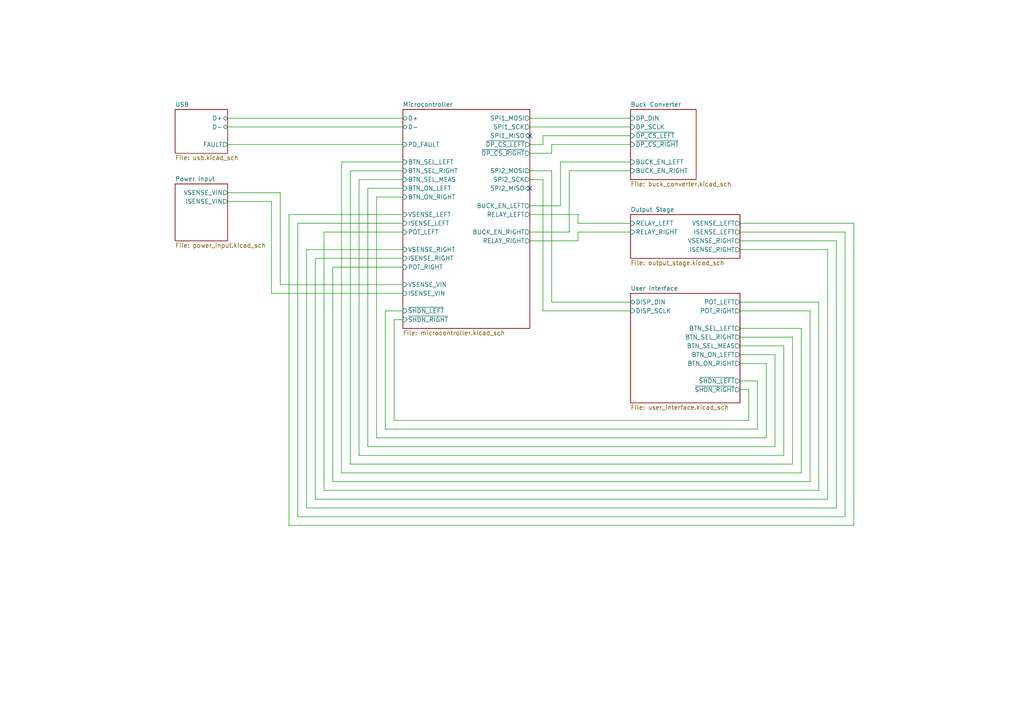
<source format=kicad_sch>
(kicad_sch (version 20211123) (generator eeschema)
  (paper "A4")
  (title_block (title "Dual Rail Breadboard Power Supply") (date "2023-06-11") (rev "1") (company "Sleepy Pony Labs"))
  (lib_symbols)
  (no_connect (at 153.67 39.37))
  (no_connect (at 153.67 54.61))
  (wire (pts (xy 91.44 74.93) (xy 116.84 74.93)))
  (wire (pts (xy 222.25 127) (xy 109.22 127)))
  (wire (pts (xy 153.67 41.91) (xy 157.48 41.91)))
  (wire (pts (xy 153.67 67.31) (xy 165.1 67.31)))
  (wire (pts (xy 66.04 36.83) (xy 116.84 36.83)))
  (wire (pts (xy 240.03 144.78) (xy 91.44 144.78)))
  (wire (pts (xy 88.9 147.32) (xy 88.9 72.39)))
  (wire (pts (xy 101.6 134.62) (xy 101.6 49.53)))
  (wire (pts (xy 104.14 52.07) (xy 116.84 52.07)))
  (wire (pts (xy 160.02 41.91) (xy 182.88 41.91)))
  (wire (pts (xy 106.68 129.54) (xy 106.68 54.61)))
  (wire (pts (xy 86.36 64.77) (xy 116.84 64.77)))
  (wire (pts (xy 88.9 72.39) (xy 116.84 72.39)))
  (wire (pts (xy 91.44 144.78) (xy 91.44 74.93)))
  (wire (pts (xy 232.41 95.25) (xy 232.41 137.16)))
  (wire (pts (xy 153.67 52.07) (xy 157.48 52.07)))
  (wire (pts (xy 234.95 90.17) (xy 234.95 139.7)))
  (wire (pts (xy 83.82 62.23) (xy 116.84 62.23)))
  (wire (pts (xy 167.64 69.85) (xy 167.64 67.31)))
  (wire (pts (xy 214.63 97.79) (xy 229.87 97.79)))
  (wire (pts (xy 222.25 105.41) (xy 222.25 127)))
  (wire (pts (xy 162.56 59.69) (xy 162.56 46.99)))
  (wire (pts (xy 99.06 46.99) (xy 116.84 46.99)))
  (wire (pts (xy 96.52 139.7) (xy 96.52 77.47)))
  (wire (pts (xy 167.64 67.31) (xy 182.88 67.31)))
  (wire (pts (xy 240.03 72.39) (xy 240.03 144.78)))
  (wire (pts (xy 217.17 121.92) (xy 114.3 121.92)))
  (wire (pts (xy 153.67 36.83) (xy 182.88 36.83)))
  (wire (pts (xy 229.87 97.79) (xy 229.87 134.62)))
  (wire (pts (xy 106.68 54.61) (xy 116.84 54.61)))
  (wire (pts (xy 99.06 137.16) (xy 99.06 46.99)))
  (wire (pts (xy 214.63 100.33) (xy 227.33 100.33)))
  (wire (pts (xy 165.1 67.31) (xy 165.1 49.53)))
  (wire (pts (xy 162.56 46.99) (xy 182.88 46.99)))
  (wire (pts (xy 245.11 67.31) (xy 245.11 149.86)))
  (wire (pts (xy 96.52 77.47) (xy 116.84 77.47)))
  (wire (pts (xy 153.67 49.53) (xy 160.02 49.53)))
  (wire (pts (xy 109.22 57.15) (xy 116.84 57.15)))
  (wire (pts (xy 247.65 64.77) (xy 247.65 152.4)))
  (wire (pts (xy 66.04 55.88) (xy 81.28 55.88)))
  (wire (pts (xy 157.48 39.37) (xy 182.88 39.37)))
  (wire (pts (xy 66.04 58.42) (xy 78.74 58.42)))
  (wire (pts (xy 157.48 52.07) (xy 157.48 90.17)))
  (wire (pts (xy 93.98 142.24) (xy 93.98 67.31)))
  (wire (pts (xy 214.63 87.63) (xy 237.49 87.63)))
  (wire (pts (xy 157.48 90.17) (xy 182.88 90.17)))
  (wire (pts (xy 214.63 64.77) (xy 247.65 64.77)))
  (wire (pts (xy 81.28 82.55) (xy 116.84 82.55)))
  (wire (pts (xy 83.82 152.4) (xy 83.82 62.23)))
  (wire (pts (xy 104.14 132.08) (xy 104.14 52.07)))
  (wire (pts (xy 227.33 100.33) (xy 227.33 132.08)))
  (wire (pts (xy 66.04 34.29) (xy 116.84 34.29)))
  (wire (pts (xy 167.64 64.77) (xy 182.88 64.77)))
  (wire (pts (xy 101.6 49.53) (xy 116.84 49.53)))
  (wire (pts (xy 86.36 149.86) (xy 86.36 64.77)))
  (wire (pts (xy 153.67 69.85) (xy 167.64 69.85)))
  (wire (pts (xy 214.63 105.41) (xy 222.25 105.41)))
  (wire (pts (xy 78.74 85.09) (xy 116.84 85.09)))
  (wire (pts (xy 114.3 92.71) (xy 116.84 92.71)))
  (wire (pts (xy 153.67 44.45) (xy 160.02 44.45)))
  (wire (pts (xy 237.49 87.63) (xy 237.49 142.24)))
  (wire (pts (xy 242.57 69.85) (xy 242.57 147.32)))
  (wire (pts (xy 81.28 55.88) (xy 81.28 82.55)))
  (wire (pts (xy 237.49 142.24) (xy 93.98 142.24)))
  (wire (pts (xy 245.11 149.86) (xy 86.36 149.86)))
  (wire (pts (xy 214.63 69.85) (xy 242.57 69.85)))
  (wire (pts (xy 214.63 102.87) (xy 224.79 102.87)))
  (wire (pts (xy 247.65 152.4) (xy 83.82 152.4)))
  (wire (pts (xy 219.71 124.46) (xy 111.76 124.46)))
  (wire (pts (xy 214.63 113.03) (xy 217.17 113.03)))
  (wire (pts (xy 234.95 139.7) (xy 96.52 139.7)))
  (wire (pts (xy 109.22 127) (xy 109.22 57.15)))
  (wire (pts (xy 153.67 62.23) (xy 167.64 62.23)))
  (wire (pts (xy 219.71 110.49) (xy 219.71 124.46)))
  (wire (pts (xy 111.76 124.46) (xy 111.76 90.17)))
  (wire (pts (xy 167.64 62.23) (xy 167.64 64.77)))
  (wire (pts (xy 214.63 95.25) (xy 232.41 95.25)))
  (wire (pts (xy 242.57 147.32) (xy 88.9 147.32)))
  (wire (pts (xy 227.33 132.08) (xy 104.14 132.08)))
  (wire (pts (xy 165.1 49.53) (xy 182.88 49.53)))
  (wire (pts (xy 160.02 49.53) (xy 160.02 87.63)))
  (wire (pts (xy 66.04 41.91) (xy 116.84 41.91)))
  (wire (pts (xy 160.02 87.63) (xy 182.88 87.63)))
  (wire (pts (xy 160.02 44.45) (xy 160.02 41.91)))
  (wire (pts (xy 157.48 41.91) (xy 157.48 39.37)))
  (wire (pts (xy 214.63 67.31) (xy 245.11 67.31)))
  (wire (pts (xy 93.98 67.31) (xy 116.84 67.31)))
  (wire (pts (xy 232.41 137.16) (xy 99.06 137.16)))
  (wire (pts (xy 78.74 58.42) (xy 78.74 85.09)))
  (wire (pts (xy 214.63 110.49) (xy 219.71 110.49)))
  (wire (pts (xy 224.79 102.87) (xy 224.79 129.54)))
  (wire (pts (xy 153.67 34.29) (xy 182.88 34.29)))
  (wire (pts (xy 153.67 59.69) (xy 162.56 59.69)))
  (wire (pts (xy 229.87 134.62) (xy 101.6 134.62)))
  (wire (pts (xy 217.17 113.03) (xy 217.17 121.92)))
  (wire (pts (xy 111.76 90.17) (xy 116.84 90.17)))
  (wire (pts (xy 224.79 129.54) (xy 106.68 129.54)))
  (wire (pts (xy 114.3 121.92) (xy 114.3 92.71)))
  (wire (pts (xy 214.63 90.17) (xy 234.95 90.17)))
  (wire (pts (xy 214.63 72.39) (xy 240.03 72.39)))
  (sheet (at 50.8 31.75) (size 15.24 12.7) (stroke (width 0.1524))
    (property "Sheet name" "USB" (at 50.8 31.0384 0) (effects (justify left bottom)))
    (property "Sheet file" "usb.kicad_sch" (at 50.8 45.0346 0) (effects (justify left top)))
    (pin "D+" bidirectional (at 66.04 34.29 0))
    (pin "D-" bidirectional (at 66.04 36.83 0))
    (pin "FAULT" output (at 66.04 41.91 0))
  )
  (sheet (at 50.8 53.34) (size 15.24 16.51) (stroke (width 0.1524))
    (property "Sheet name" "Power Input" (at 50.8 52.6284 0) (effects (justify left bottom)))
    (property "Sheet file" "power_input.kicad_sch" (at 50.8 70.4346 0) (effects (justify left top)))
    (pin "ISENSE_VIN" output (at 66.04 58.42 0))
    (pin "VSENSE_VIN" output (at 66.04 55.88 0))
  )
  (sheet (at 182.88 62.23) (size 31.75 12.7) (stroke (width 0.1524))
    (property "Sheet name" "Output Stage" (at 182.88 61.5184 0) (effects (justify left bottom)))
    (property "Sheet file" "output_stage.kicad_sch" (at 182.88 75.5146 0) (effects (justify left top)))
    (pin "RELAY_LEFT" input (at 182.88 64.77 180))
    (pin "RELAY_RIGHT" input (at 182.88 67.31 180))
    (pin "ISENSE_RIGHT" output (at 214.63 72.39 0))
    (pin "VSENSE_RIGHT" output (at 214.63 69.85 0))
    (pin "ISENSE_LEFT" output (at 214.63 67.31 0))
    (pin "VSENSE_LEFT" output (at 214.63 64.77 0))
  )
  (sheet (at 182.88 31.75) (size 19.05 20.32) (stroke (width 0.1524))
    (property "Sheet name" "Buck Converter" (at 182.88 31.0384 0) (effects (justify left bottom)))
    (property "Sheet file" "buck_converter.kicad_sch" (at 182.88 52.6546 0) (effects (justify left top)))
    (pin "~{DP_CS_LEFT}" input (at 182.88 39.37 180))
    (pin "DP_DIN" input (at 182.88 34.29 180))
    (pin "DP_SCLK" input (at 182.88 36.83 180))
    (pin "BUCK_EN_LEFT" input (at 182.88 46.99 180))
    (pin "BUCK_EN_RIGHT" input (at 182.88 49.53 180))
    (pin "~{DP_CS_RIGHT}" input (at 182.88 41.91 180))
  )
  (sheet (at 182.88 85.09) (size 31.75 31.75) (stroke (width 0.1524))
    (property "Sheet name" "User Interface" (at 182.88 84.3784 0) (effects (justify left bottom)))
    (property "Sheet file" "user_interface.kicad_sch" (at 182.88 117.4246 0) (effects (justify left top)))
    (pin "DISP_DIN" bidirectional (at 182.88 87.63 180))
    (pin "DISP_SCLK" input (at 182.88 90.17 180))
    (pin "POT_RIGHT" output (at 214.63 90.17 0))
    (pin "POT_LEFT" output (at 214.63 87.63 0))
    (pin "BTN_SEL_LEFT" output (at 214.63 95.25 0))
    (pin "BTN_SEL_RIGHT" output (at 214.63 97.79 0))
    (pin "BTN_SEL_MEAS" output (at 214.63 100.33 0))
    (pin "BTN_ON_LEFT" output (at 214.63 102.87 0))
    (pin "BTN_ON_RIGHT" output (at 214.63 105.41 0))
    (pin "~{SHDN_LEFT}" output (at 214.63 110.49 0))
    (pin "~{SHDN_RIGHT}" output (at 214.63 113.03 0))
  )
  (sheet (at 116.84 31.75) (size 36.83 63.5) (stroke (width 0.1524))
    (property "Sheet name" "Microcontroller" (at 116.84 31.0384 0) (effects (justify left bottom)))
    (property "Sheet file" "microcontroller.kicad_sch" (at 116.84 95.8346 0) (effects (justify left top)))
    (pin "SPI1_MOSI" output (at 153.67 34.29 0))
    (pin "SPI1_SCK" output (at 153.67 36.83 0))
    (pin "~{DP_CS_LEFT}" output (at 153.67 41.91 0))
    (pin "~{DP_CS_RIGHT}" output (at 153.67 44.45 0))
    (pin "SPI1_MISO" input (at 153.67 39.37 0))
    (pin "D-" bidirectional (at 116.84 36.83 180))
    (pin "D+" bidirectional (at 116.84 34.29 180))
    (pin "ISENSE_LEFT" input (at 116.84 64.77 180))
    (pin "VSENSE_LEFT" input (at 116.84 62.23 180))
    (pin "POT_LEFT" input (at 116.84 67.31 180))
    (pin "VSENSE_VIN" input (at 116.84 82.55 180))
    (pin "SPI2_MISO" input (at 153.67 54.61 0))
    (pin "SPI2_SCK" output (at 153.67 52.07 0))
    (pin "SPI2_MOSI" output (at 153.67 49.53 0))
    (pin "RELAY_RIGHT" output (at 153.67 69.85 0))
    (pin "BUCK_EN_RIGHT" output (at 153.67 67.31 0))
    (pin "PD_FAULT" input (at 116.84 41.91 180))
    (pin "BUCK_EN_LEFT" output (at 153.67 59.69 0))
    (pin "RELAY_LEFT" output (at 153.67 62.23 0))
    (pin "ISENSE_RIGHT" input (at 116.84 74.93 180))
    (pin "VSENSE_RIGHT" input (at 116.84 72.39 180))
    (pin "POT_RIGHT" input (at 116.84 77.47 180))
    (pin "ISENSE_VIN" input (at 116.84 85.09 180))
    (pin "BTN_SEL_LEFT" input (at 116.84 46.99 180))
    (pin "BTN_SEL_MEAS" input (at 116.84 52.07 180))
    (pin "BTN_ON_LEFT" input (at 116.84 54.61 180))
    (pin "BTN_ON_RIGHT" input (at 116.84 57.15 180))
    (pin "BTN_SEL_RIGHT" input (at 116.84 49.53 180))
    (pin "~{SHDN_LEFT}" input (at 116.84 90.17 180))
    (pin "~{SHDN_RIGHT}" input (at 116.84 92.71 180))
  )
)
</source>
